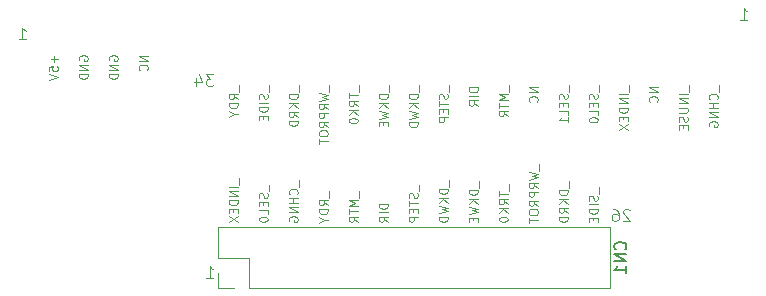
<source format=gbr>
G04 #@! TF.GenerationSoftware,KiCad,Pcbnew,(5.1.2)-2*
G04 #@! TF.CreationDate,2020-12-12T08:56:43+00:00*
G04 #@! TF.ProjectId,Amiga 34-pin to Citizen Slim 26-pin Adapter (Design B),416d6967-6120-4333-942d-70696e20746f,rev?*
G04 #@! TF.SameCoordinates,Original*
G04 #@! TF.FileFunction,Legend,Bot*
G04 #@! TF.FilePolarity,Positive*
%FSLAX46Y46*%
G04 Gerber Fmt 4.6, Leading zero omitted, Abs format (unit mm)*
G04 Created by KiCad (PCBNEW (5.1.2)-2) date 2020-12-12 08:56:43*
%MOMM*%
%LPD*%
G04 APERTURE LIST*
%ADD10C,0.125000*%
%ADD11C,0.120000*%
%ADD12C,0.150000*%
G04 APERTURE END LIST*
D10*
X114522285Y-113482380D02*
X115093714Y-113482380D01*
X114808000Y-113482380D02*
X114808000Y-112482380D01*
X114903238Y-112625238D01*
X114998476Y-112720476D01*
X115093714Y-112768095D01*
X159734285Y-91638380D02*
X160305714Y-91638380D01*
X160020000Y-91638380D02*
X160020000Y-90638380D01*
X160115238Y-90781238D01*
X160210476Y-90876476D01*
X160305714Y-90924095D01*
X142579285Y-97355667D02*
X141829285Y-97355667D01*
X142579285Y-97784238D01*
X141829285Y-97784238D01*
X142507857Y-98569953D02*
X142543571Y-98534238D01*
X142579285Y-98427095D01*
X142579285Y-98355667D01*
X142543571Y-98248524D01*
X142472142Y-98177095D01*
X142400714Y-98141381D01*
X142257857Y-98105667D01*
X142150714Y-98105667D01*
X142007857Y-98141381D01*
X141936428Y-98177095D01*
X141865000Y-98248524D01*
X141829285Y-98355667D01*
X141829285Y-98427095D01*
X141865000Y-98534238D01*
X141900714Y-98569953D01*
X152739285Y-97355667D02*
X151989285Y-97355667D01*
X152739285Y-97784238D01*
X151989285Y-97784238D01*
X152667857Y-98569953D02*
X152703571Y-98534238D01*
X152739285Y-98427095D01*
X152739285Y-98355667D01*
X152703571Y-98248524D01*
X152632142Y-98177095D01*
X152560714Y-98141381D01*
X152417857Y-98105667D01*
X152310714Y-98105667D01*
X152167857Y-98141381D01*
X152096428Y-98177095D01*
X152025000Y-98248524D01*
X151989285Y-98355667D01*
X151989285Y-98427095D01*
X152025000Y-98534238D01*
X152060714Y-98569953D01*
X127410714Y-97177096D02*
X127410714Y-97748525D01*
X126589285Y-97819953D02*
X126589285Y-98248525D01*
X127339285Y-98034239D02*
X126589285Y-98034239D01*
X127339285Y-98927096D02*
X126982142Y-98677096D01*
X127339285Y-98498525D02*
X126589285Y-98498525D01*
X126589285Y-98784239D01*
X126625000Y-98855668D01*
X126660714Y-98891382D01*
X126732142Y-98927096D01*
X126839285Y-98927096D01*
X126910714Y-98891382D01*
X126946428Y-98855668D01*
X126982142Y-98784239D01*
X126982142Y-98498525D01*
X127339285Y-99248525D02*
X126589285Y-99248525D01*
X127339285Y-99677096D02*
X126910714Y-99355668D01*
X126589285Y-99677096D02*
X127017857Y-99248525D01*
X126589285Y-100141382D02*
X126589285Y-100212810D01*
X126625000Y-100284239D01*
X126660714Y-100319953D01*
X126732142Y-100355668D01*
X126875000Y-100391382D01*
X127053571Y-100391382D01*
X127196428Y-100355668D01*
X127267857Y-100319953D01*
X127303571Y-100284239D01*
X127339285Y-100212810D01*
X127339285Y-100141382D01*
X127303571Y-100069953D01*
X127267857Y-100034239D01*
X127196428Y-99998525D01*
X127053571Y-99962810D01*
X126875000Y-99962810D01*
X126732142Y-99998525D01*
X126660714Y-100034239D01*
X126625000Y-100069953D01*
X126589285Y-100141382D01*
X119790714Y-97177096D02*
X119790714Y-97748525D01*
X119683571Y-97891382D02*
X119719285Y-97998525D01*
X119719285Y-98177096D01*
X119683571Y-98248525D01*
X119647857Y-98284239D01*
X119576428Y-98319953D01*
X119505000Y-98319953D01*
X119433571Y-98284239D01*
X119397857Y-98248525D01*
X119362142Y-98177096D01*
X119326428Y-98034239D01*
X119290714Y-97962811D01*
X119255000Y-97927096D01*
X119183571Y-97891382D01*
X119112142Y-97891382D01*
X119040714Y-97927096D01*
X119005000Y-97962811D01*
X118969285Y-98034239D01*
X118969285Y-98212811D01*
X119005000Y-98319953D01*
X119719285Y-98641382D02*
X118969285Y-98641382D01*
X119719285Y-98998525D02*
X118969285Y-98998525D01*
X118969285Y-99177096D01*
X119005000Y-99284239D01*
X119076428Y-99355668D01*
X119147857Y-99391382D01*
X119290714Y-99427096D01*
X119397857Y-99427096D01*
X119540714Y-99391382D01*
X119612142Y-99355668D01*
X119683571Y-99284239D01*
X119719285Y-99177096D01*
X119719285Y-98998525D01*
X119326428Y-99748525D02*
X119326428Y-99998525D01*
X119719285Y-100105668D02*
X119719285Y-99748525D01*
X118969285Y-99748525D01*
X118969285Y-100105668D01*
X122330714Y-97177096D02*
X122330714Y-97748525D01*
X122259285Y-97927096D02*
X121509285Y-97927096D01*
X121509285Y-98105668D01*
X121545000Y-98212811D01*
X121616428Y-98284239D01*
X121687857Y-98319953D01*
X121830714Y-98355668D01*
X121937857Y-98355668D01*
X122080714Y-98319953D01*
X122152142Y-98284239D01*
X122223571Y-98212811D01*
X122259285Y-98105668D01*
X122259285Y-97927096D01*
X122259285Y-98677096D02*
X121509285Y-98677096D01*
X122259285Y-99105668D02*
X121830714Y-98784239D01*
X121509285Y-99105668D02*
X121937857Y-98677096D01*
X122259285Y-99855668D02*
X121902142Y-99605668D01*
X122259285Y-99427096D02*
X121509285Y-99427096D01*
X121509285Y-99712811D01*
X121545000Y-99784239D01*
X121580714Y-99819953D01*
X121652142Y-99855668D01*
X121759285Y-99855668D01*
X121830714Y-99819953D01*
X121866428Y-99784239D01*
X121902142Y-99712811D01*
X121902142Y-99427096D01*
X122259285Y-100177096D02*
X121509285Y-100177096D01*
X121509285Y-100355668D01*
X121545000Y-100462811D01*
X121616428Y-100534239D01*
X121687857Y-100569953D01*
X121830714Y-100605668D01*
X121937857Y-100605668D01*
X122080714Y-100569953D01*
X122152142Y-100534239D01*
X122223571Y-100462811D01*
X122259285Y-100355668D01*
X122259285Y-100177096D01*
X157890714Y-97177096D02*
X157890714Y-97748525D01*
X157747857Y-98355667D02*
X157783571Y-98319953D01*
X157819285Y-98212810D01*
X157819285Y-98141382D01*
X157783571Y-98034239D01*
X157712142Y-97962810D01*
X157640714Y-97927096D01*
X157497857Y-97891382D01*
X157390714Y-97891382D01*
X157247857Y-97927096D01*
X157176428Y-97962810D01*
X157105000Y-98034239D01*
X157069285Y-98141382D01*
X157069285Y-98212810D01*
X157105000Y-98319953D01*
X157140714Y-98355667D01*
X157819285Y-98677096D02*
X157069285Y-98677096D01*
X157426428Y-98677096D02*
X157426428Y-99105667D01*
X157819285Y-99105667D02*
X157069285Y-99105667D01*
X157819285Y-99462810D02*
X157069285Y-99462810D01*
X157819285Y-99891382D01*
X157069285Y-99891382D01*
X157105000Y-100641382D02*
X157069285Y-100569953D01*
X157069285Y-100462810D01*
X157105000Y-100355667D01*
X157176428Y-100284239D01*
X157247857Y-100248525D01*
X157390714Y-100212810D01*
X157497857Y-100212810D01*
X157640714Y-100248525D01*
X157712142Y-100284239D01*
X157783571Y-100355667D01*
X157819285Y-100462810D01*
X157819285Y-100534239D01*
X157783571Y-100641382D01*
X157747857Y-100677096D01*
X157497857Y-100677096D01*
X157497857Y-100534239D01*
X135030714Y-97177095D02*
X135030714Y-97748524D01*
X134923571Y-97891381D02*
X134959285Y-97998524D01*
X134959285Y-98177095D01*
X134923571Y-98248524D01*
X134887857Y-98284238D01*
X134816428Y-98319953D01*
X134745000Y-98319953D01*
X134673571Y-98284238D01*
X134637857Y-98248524D01*
X134602142Y-98177095D01*
X134566428Y-98034238D01*
X134530714Y-97962810D01*
X134495000Y-97927095D01*
X134423571Y-97891381D01*
X134352142Y-97891381D01*
X134280714Y-97927095D01*
X134245000Y-97962810D01*
X134209285Y-98034238D01*
X134209285Y-98212810D01*
X134245000Y-98319953D01*
X134209285Y-98534238D02*
X134209285Y-98962810D01*
X134959285Y-98748524D02*
X134209285Y-98748524D01*
X134566428Y-99212810D02*
X134566428Y-99462810D01*
X134959285Y-99569953D02*
X134959285Y-99212810D01*
X134209285Y-99212810D01*
X134209285Y-99569953D01*
X134959285Y-99891381D02*
X134209285Y-99891381D01*
X134209285Y-100177095D01*
X134245000Y-100248524D01*
X134280714Y-100284238D01*
X134352142Y-100319953D01*
X134459285Y-100319953D01*
X134530714Y-100284238D01*
X134566428Y-100248524D01*
X134602142Y-100177095D01*
X134602142Y-99891381D01*
X117250714Y-97177096D02*
X117250714Y-97748524D01*
X117179285Y-98355667D02*
X116822142Y-98105667D01*
X117179285Y-97927096D02*
X116429285Y-97927096D01*
X116429285Y-98212810D01*
X116465000Y-98284239D01*
X116500714Y-98319953D01*
X116572142Y-98355667D01*
X116679285Y-98355667D01*
X116750714Y-98319953D01*
X116786428Y-98284239D01*
X116822142Y-98212810D01*
X116822142Y-97927096D01*
X117179285Y-98677096D02*
X116429285Y-98677096D01*
X116429285Y-98855667D01*
X116465000Y-98962810D01*
X116536428Y-99034239D01*
X116607857Y-99069953D01*
X116750714Y-99105667D01*
X116857857Y-99105667D01*
X117000714Y-99069953D01*
X117072142Y-99034239D01*
X117143571Y-98962810D01*
X117179285Y-98855667D01*
X117179285Y-98677096D01*
X116822142Y-99569953D02*
X117179285Y-99569953D01*
X116429285Y-99319953D02*
X116822142Y-99569953D01*
X116429285Y-99819953D01*
X124870714Y-97177095D02*
X124870714Y-97748524D01*
X124049285Y-97855667D02*
X124799285Y-98034238D01*
X124263571Y-98177095D01*
X124799285Y-98319953D01*
X124049285Y-98498524D01*
X124799285Y-99212810D02*
X124442142Y-98962810D01*
X124799285Y-98784238D02*
X124049285Y-98784238D01*
X124049285Y-99069953D01*
X124085000Y-99141381D01*
X124120714Y-99177095D01*
X124192142Y-99212810D01*
X124299285Y-99212810D01*
X124370714Y-99177095D01*
X124406428Y-99141381D01*
X124442142Y-99069953D01*
X124442142Y-98784238D01*
X124799285Y-99534238D02*
X124049285Y-99534238D01*
X124049285Y-99819953D01*
X124085000Y-99891381D01*
X124120714Y-99927095D01*
X124192142Y-99962810D01*
X124299285Y-99962810D01*
X124370714Y-99927095D01*
X124406428Y-99891381D01*
X124442142Y-99819953D01*
X124442142Y-99534238D01*
X124799285Y-100712810D02*
X124442142Y-100462810D01*
X124799285Y-100284238D02*
X124049285Y-100284238D01*
X124049285Y-100569953D01*
X124085000Y-100641381D01*
X124120714Y-100677095D01*
X124192142Y-100712810D01*
X124299285Y-100712810D01*
X124370714Y-100677095D01*
X124406428Y-100641381D01*
X124442142Y-100569953D01*
X124442142Y-100284238D01*
X124049285Y-101177095D02*
X124049285Y-101319953D01*
X124085000Y-101391381D01*
X124156428Y-101462810D01*
X124299285Y-101498524D01*
X124549285Y-101498524D01*
X124692142Y-101462810D01*
X124763571Y-101391381D01*
X124799285Y-101319953D01*
X124799285Y-101177095D01*
X124763571Y-101105667D01*
X124692142Y-101034238D01*
X124549285Y-100998524D01*
X124299285Y-100998524D01*
X124156428Y-101034238D01*
X124085000Y-101105667D01*
X124049285Y-101177095D01*
X124049285Y-101712810D02*
X124049285Y-102141381D01*
X124799285Y-101927095D02*
X124049285Y-101927095D01*
X129950714Y-97177096D02*
X129950714Y-97748525D01*
X129879285Y-97927096D02*
X129129285Y-97927096D01*
X129129285Y-98105668D01*
X129165000Y-98212810D01*
X129236428Y-98284239D01*
X129307857Y-98319953D01*
X129450714Y-98355668D01*
X129557857Y-98355668D01*
X129700714Y-98319953D01*
X129772142Y-98284239D01*
X129843571Y-98212810D01*
X129879285Y-98105668D01*
X129879285Y-97927096D01*
X129879285Y-98677096D02*
X129129285Y-98677096D01*
X129879285Y-99105668D02*
X129450714Y-98784239D01*
X129129285Y-99105668D02*
X129557857Y-98677096D01*
X129129285Y-99355668D02*
X129879285Y-99534239D01*
X129343571Y-99677096D01*
X129879285Y-99819953D01*
X129129285Y-99998525D01*
X129486428Y-100284239D02*
X129486428Y-100534239D01*
X129879285Y-100641382D02*
X129879285Y-100284239D01*
X129129285Y-100284239D01*
X129129285Y-100641382D01*
X147730714Y-97177095D02*
X147730714Y-97748524D01*
X147623571Y-97891381D02*
X147659285Y-97998524D01*
X147659285Y-98177095D01*
X147623571Y-98248524D01*
X147587857Y-98284238D01*
X147516428Y-98319953D01*
X147445000Y-98319953D01*
X147373571Y-98284238D01*
X147337857Y-98248524D01*
X147302142Y-98177095D01*
X147266428Y-98034238D01*
X147230714Y-97962810D01*
X147195000Y-97927095D01*
X147123571Y-97891381D01*
X147052142Y-97891381D01*
X146980714Y-97927095D01*
X146945000Y-97962810D01*
X146909285Y-98034238D01*
X146909285Y-98212810D01*
X146945000Y-98319953D01*
X147266428Y-98641381D02*
X147266428Y-98891381D01*
X147659285Y-98998524D02*
X147659285Y-98641381D01*
X146909285Y-98641381D01*
X146909285Y-98998524D01*
X147659285Y-99677095D02*
X147659285Y-99319953D01*
X146909285Y-99319953D01*
X146909285Y-100069953D02*
X146909285Y-100141381D01*
X146945000Y-100212810D01*
X146980714Y-100248524D01*
X147052142Y-100284238D01*
X147195000Y-100319953D01*
X147373571Y-100319953D01*
X147516428Y-100284238D01*
X147587857Y-100248524D01*
X147623571Y-100212810D01*
X147659285Y-100141381D01*
X147659285Y-100069953D01*
X147623571Y-99998524D01*
X147587857Y-99962810D01*
X147516428Y-99927095D01*
X147373571Y-99891381D01*
X147195000Y-99891381D01*
X147052142Y-99927095D01*
X146980714Y-99962810D01*
X146945000Y-99998524D01*
X146909285Y-100069953D01*
X155350714Y-97177096D02*
X155350714Y-97748525D01*
X155279285Y-97927096D02*
X154529285Y-97927096D01*
X155279285Y-98284239D02*
X154529285Y-98284239D01*
X155279285Y-98712810D01*
X154529285Y-98712810D01*
X154529285Y-99069953D02*
X155136428Y-99069953D01*
X155207857Y-99105667D01*
X155243571Y-99141382D01*
X155279285Y-99212810D01*
X155279285Y-99355667D01*
X155243571Y-99427096D01*
X155207857Y-99462810D01*
X155136428Y-99498525D01*
X154529285Y-99498525D01*
X155243571Y-99819953D02*
X155279285Y-99927096D01*
X155279285Y-100105667D01*
X155243571Y-100177096D01*
X155207857Y-100212810D01*
X155136428Y-100248525D01*
X155065000Y-100248525D01*
X154993571Y-100212810D01*
X154957857Y-100177096D01*
X154922142Y-100105667D01*
X154886428Y-99962810D01*
X154850714Y-99891382D01*
X154815000Y-99855667D01*
X154743571Y-99819953D01*
X154672142Y-99819953D01*
X154600714Y-99855667D01*
X154565000Y-99891382D01*
X154529285Y-99962810D01*
X154529285Y-100141382D01*
X154565000Y-100248525D01*
X154886428Y-100569953D02*
X154886428Y-100819953D01*
X155279285Y-100927096D02*
X155279285Y-100569953D01*
X154529285Y-100569953D01*
X154529285Y-100927096D01*
X140110714Y-97177096D02*
X140110714Y-97748524D01*
X140039285Y-97927096D02*
X139289285Y-97927096D01*
X139825000Y-98177096D01*
X139289285Y-98427096D01*
X140039285Y-98427096D01*
X139289285Y-98677096D02*
X139289285Y-99105667D01*
X140039285Y-98891381D02*
X139289285Y-98891381D01*
X140039285Y-99784238D02*
X139682142Y-99534238D01*
X140039285Y-99355667D02*
X139289285Y-99355667D01*
X139289285Y-99641381D01*
X139325000Y-99712810D01*
X139360714Y-99748524D01*
X139432142Y-99784238D01*
X139539285Y-99784238D01*
X139610714Y-99748524D01*
X139646428Y-99712810D01*
X139682142Y-99641381D01*
X139682142Y-99355667D01*
X137499285Y-97355668D02*
X136749285Y-97355668D01*
X136749285Y-97534239D01*
X136785000Y-97641382D01*
X136856428Y-97712810D01*
X136927857Y-97748525D01*
X137070714Y-97784239D01*
X137177857Y-97784239D01*
X137320714Y-97748525D01*
X137392142Y-97712810D01*
X137463571Y-97641382D01*
X137499285Y-97534239D01*
X137499285Y-97355668D01*
X137499285Y-98105668D02*
X136749285Y-98105668D01*
X137499285Y-98891382D02*
X137142142Y-98641382D01*
X137499285Y-98462810D02*
X136749285Y-98462810D01*
X136749285Y-98748525D01*
X136785000Y-98819953D01*
X136820714Y-98855668D01*
X136892142Y-98891382D01*
X136999285Y-98891382D01*
X137070714Y-98855668D01*
X137106428Y-98819953D01*
X137142142Y-98748525D01*
X137142142Y-98462810D01*
X150270714Y-97177096D02*
X150270714Y-97748525D01*
X150199285Y-97927096D02*
X149449285Y-97927096D01*
X150199285Y-98284239D02*
X149449285Y-98284239D01*
X150199285Y-98712810D01*
X149449285Y-98712810D01*
X150199285Y-99069953D02*
X149449285Y-99069953D01*
X149449285Y-99248525D01*
X149485000Y-99355668D01*
X149556428Y-99427096D01*
X149627857Y-99462810D01*
X149770714Y-99498525D01*
X149877857Y-99498525D01*
X150020714Y-99462810D01*
X150092142Y-99427096D01*
X150163571Y-99355668D01*
X150199285Y-99248525D01*
X150199285Y-99069953D01*
X149806428Y-99819953D02*
X149806428Y-100069953D01*
X150199285Y-100177096D02*
X150199285Y-99819953D01*
X149449285Y-99819953D01*
X149449285Y-100177096D01*
X149449285Y-100427096D02*
X150199285Y-100927096D01*
X149449285Y-100927096D02*
X150199285Y-100427096D01*
X145190714Y-97177095D02*
X145190714Y-97748524D01*
X145083571Y-97891381D02*
X145119285Y-97998524D01*
X145119285Y-98177095D01*
X145083571Y-98248524D01*
X145047857Y-98284238D01*
X144976428Y-98319953D01*
X144905000Y-98319953D01*
X144833571Y-98284238D01*
X144797857Y-98248524D01*
X144762142Y-98177095D01*
X144726428Y-98034238D01*
X144690714Y-97962810D01*
X144655000Y-97927095D01*
X144583571Y-97891381D01*
X144512142Y-97891381D01*
X144440714Y-97927095D01*
X144405000Y-97962810D01*
X144369285Y-98034238D01*
X144369285Y-98212810D01*
X144405000Y-98319953D01*
X144726428Y-98641381D02*
X144726428Y-98891381D01*
X145119285Y-98998524D02*
X145119285Y-98641381D01*
X144369285Y-98641381D01*
X144369285Y-98998524D01*
X145119285Y-99677095D02*
X145119285Y-99319953D01*
X144369285Y-99319953D01*
X145119285Y-100319953D02*
X145119285Y-99891381D01*
X145119285Y-100105667D02*
X144369285Y-100105667D01*
X144476428Y-100034238D01*
X144547857Y-99962810D01*
X144583571Y-99891381D01*
X132490714Y-97177096D02*
X132490714Y-97748524D01*
X132419285Y-97927096D02*
X131669285Y-97927096D01*
X131669285Y-98105667D01*
X131705000Y-98212810D01*
X131776428Y-98284239D01*
X131847857Y-98319953D01*
X131990714Y-98355667D01*
X132097857Y-98355667D01*
X132240714Y-98319953D01*
X132312142Y-98284239D01*
X132383571Y-98212810D01*
X132419285Y-98105667D01*
X132419285Y-97927096D01*
X132419285Y-98677096D02*
X131669285Y-98677096D01*
X132419285Y-99105667D02*
X131990714Y-98784239D01*
X131669285Y-99105667D02*
X132097857Y-98677096D01*
X131669285Y-99355667D02*
X132419285Y-99534239D01*
X131883571Y-99677096D01*
X132419285Y-99819953D01*
X131669285Y-99998524D01*
X132419285Y-100284239D02*
X131669285Y-100284239D01*
X131669285Y-100462810D01*
X131705000Y-100569953D01*
X131776428Y-100641382D01*
X131847857Y-100677096D01*
X131990714Y-100712810D01*
X132097857Y-100712810D01*
X132240714Y-100677096D01*
X132312142Y-100641382D01*
X132383571Y-100569953D01*
X132419285Y-100462810D01*
X132419285Y-100284239D01*
X127410714Y-106120476D02*
X127410714Y-106691904D01*
X127339285Y-106870476D02*
X126589285Y-106870476D01*
X127125000Y-107120476D01*
X126589285Y-107370476D01*
X127339285Y-107370476D01*
X126589285Y-107620476D02*
X126589285Y-108049047D01*
X127339285Y-107834761D02*
X126589285Y-107834761D01*
X127339285Y-108727618D02*
X126982142Y-108477618D01*
X127339285Y-108299047D02*
X126589285Y-108299047D01*
X126589285Y-108584761D01*
X126625000Y-108656190D01*
X126660714Y-108691904D01*
X126732142Y-108727618D01*
X126839285Y-108727618D01*
X126910714Y-108691904D01*
X126946428Y-108656190D01*
X126982142Y-108584761D01*
X126982142Y-108299047D01*
X124870714Y-106156190D02*
X124870714Y-106727618D01*
X124799285Y-107334761D02*
X124442142Y-107084761D01*
X124799285Y-106906190D02*
X124049285Y-106906190D01*
X124049285Y-107191904D01*
X124085000Y-107263333D01*
X124120714Y-107299047D01*
X124192142Y-107334761D01*
X124299285Y-107334761D01*
X124370714Y-107299047D01*
X124406428Y-107263333D01*
X124442142Y-107191904D01*
X124442142Y-106906190D01*
X124799285Y-107656190D02*
X124049285Y-107656190D01*
X124049285Y-107834761D01*
X124085000Y-107941904D01*
X124156428Y-108013333D01*
X124227857Y-108049047D01*
X124370714Y-108084761D01*
X124477857Y-108084761D01*
X124620714Y-108049047D01*
X124692142Y-108013333D01*
X124763571Y-107941904D01*
X124799285Y-107834761D01*
X124799285Y-107656190D01*
X124442142Y-108549047D02*
X124799285Y-108549047D01*
X124049285Y-108299047D02*
X124442142Y-108549047D01*
X124049285Y-108799047D01*
X122330714Y-105227619D02*
X122330714Y-105799048D01*
X122187857Y-106406190D02*
X122223571Y-106370476D01*
X122259285Y-106263333D01*
X122259285Y-106191905D01*
X122223571Y-106084762D01*
X122152142Y-106013333D01*
X122080714Y-105977619D01*
X121937857Y-105941905D01*
X121830714Y-105941905D01*
X121687857Y-105977619D01*
X121616428Y-106013333D01*
X121545000Y-106084762D01*
X121509285Y-106191905D01*
X121509285Y-106263333D01*
X121545000Y-106370476D01*
X121580714Y-106406190D01*
X122259285Y-106727619D02*
X121509285Y-106727619D01*
X121866428Y-106727619D02*
X121866428Y-107156190D01*
X122259285Y-107156190D02*
X121509285Y-107156190D01*
X122259285Y-107513333D02*
X121509285Y-107513333D01*
X122259285Y-107941905D01*
X121509285Y-107941905D01*
X121545000Y-108691905D02*
X121509285Y-108620476D01*
X121509285Y-108513333D01*
X121545000Y-108406190D01*
X121616428Y-108334762D01*
X121687857Y-108299048D01*
X121830714Y-108263333D01*
X121937857Y-108263333D01*
X122080714Y-108299048D01*
X122152142Y-108334762D01*
X122223571Y-108406190D01*
X122259285Y-108513333D01*
X122259285Y-108584762D01*
X122223571Y-108691905D01*
X122187857Y-108727619D01*
X121937857Y-108727619D01*
X121937857Y-108584762D01*
X119790714Y-105584761D02*
X119790714Y-106156190D01*
X119683571Y-106299047D02*
X119719285Y-106406190D01*
X119719285Y-106584761D01*
X119683571Y-106656190D01*
X119647857Y-106691904D01*
X119576428Y-106727619D01*
X119505000Y-106727619D01*
X119433571Y-106691904D01*
X119397857Y-106656190D01*
X119362142Y-106584761D01*
X119326428Y-106441904D01*
X119290714Y-106370476D01*
X119255000Y-106334761D01*
X119183571Y-106299047D01*
X119112142Y-106299047D01*
X119040714Y-106334761D01*
X119005000Y-106370476D01*
X118969285Y-106441904D01*
X118969285Y-106620476D01*
X119005000Y-106727619D01*
X119326428Y-107049047D02*
X119326428Y-107299047D01*
X119719285Y-107406190D02*
X119719285Y-107049047D01*
X118969285Y-107049047D01*
X118969285Y-107406190D01*
X119719285Y-108084761D02*
X119719285Y-107727619D01*
X118969285Y-107727619D01*
X118969285Y-108477619D02*
X118969285Y-108549047D01*
X119005000Y-108620476D01*
X119040714Y-108656190D01*
X119112142Y-108691904D01*
X119255000Y-108727619D01*
X119433571Y-108727619D01*
X119576428Y-108691904D01*
X119647857Y-108656190D01*
X119683571Y-108620476D01*
X119719285Y-108549047D01*
X119719285Y-108477619D01*
X119683571Y-108406190D01*
X119647857Y-108370476D01*
X119576428Y-108334761D01*
X119433571Y-108299047D01*
X119255000Y-108299047D01*
X119112142Y-108334761D01*
X119040714Y-108370476D01*
X119005000Y-108406190D01*
X118969285Y-108477619D01*
X117250714Y-105013333D02*
X117250714Y-105584762D01*
X117179285Y-105763333D02*
X116429285Y-105763333D01*
X117179285Y-106120476D02*
X116429285Y-106120476D01*
X117179285Y-106549047D01*
X116429285Y-106549047D01*
X117179285Y-106906190D02*
X116429285Y-106906190D01*
X116429285Y-107084762D01*
X116465000Y-107191905D01*
X116536428Y-107263333D01*
X116607857Y-107299047D01*
X116750714Y-107334762D01*
X116857857Y-107334762D01*
X117000714Y-107299047D01*
X117072142Y-107263333D01*
X117143571Y-107191905D01*
X117179285Y-107084762D01*
X117179285Y-106906190D01*
X116786428Y-107656190D02*
X116786428Y-107906190D01*
X117179285Y-108013333D02*
X117179285Y-107656190D01*
X116429285Y-107656190D01*
X116429285Y-108013333D01*
X116429285Y-108263333D02*
X117179285Y-108763333D01*
X116429285Y-108763333D02*
X117179285Y-108263333D01*
X135030714Y-105191905D02*
X135030714Y-105763333D01*
X134959285Y-105941905D02*
X134209285Y-105941905D01*
X134209285Y-106120476D01*
X134245000Y-106227619D01*
X134316428Y-106299048D01*
X134387857Y-106334762D01*
X134530714Y-106370476D01*
X134637857Y-106370476D01*
X134780714Y-106334762D01*
X134852142Y-106299048D01*
X134923571Y-106227619D01*
X134959285Y-106120476D01*
X134959285Y-105941905D01*
X134959285Y-106691905D02*
X134209285Y-106691905D01*
X134959285Y-107120476D02*
X134530714Y-106799048D01*
X134209285Y-107120476D02*
X134637857Y-106691905D01*
X134209285Y-107370476D02*
X134959285Y-107549048D01*
X134423571Y-107691905D01*
X134959285Y-107834762D01*
X134209285Y-108013333D01*
X134959285Y-108299048D02*
X134209285Y-108299048D01*
X134209285Y-108477619D01*
X134245000Y-108584762D01*
X134316428Y-108656191D01*
X134387857Y-108691905D01*
X134530714Y-108727619D01*
X134637857Y-108727619D01*
X134780714Y-108691905D01*
X134852142Y-108656191D01*
X134923571Y-108584762D01*
X134959285Y-108477619D01*
X134959285Y-108299048D01*
X129879285Y-107191905D02*
X129129285Y-107191905D01*
X129129285Y-107370476D01*
X129165000Y-107477619D01*
X129236428Y-107549047D01*
X129307857Y-107584762D01*
X129450714Y-107620476D01*
X129557857Y-107620476D01*
X129700714Y-107584762D01*
X129772142Y-107549047D01*
X129843571Y-107477619D01*
X129879285Y-107370476D01*
X129879285Y-107191905D01*
X129879285Y-107941905D02*
X129129285Y-107941905D01*
X129879285Y-108727619D02*
X129522142Y-108477619D01*
X129879285Y-108299047D02*
X129129285Y-108299047D01*
X129129285Y-108584762D01*
X129165000Y-108656190D01*
X129200714Y-108691905D01*
X129272142Y-108727619D01*
X129379285Y-108727619D01*
X129450714Y-108691905D01*
X129486428Y-108656190D01*
X129522142Y-108584762D01*
X129522142Y-108299047D01*
X132490714Y-105584761D02*
X132490714Y-106156190D01*
X132383571Y-106299047D02*
X132419285Y-106406190D01*
X132419285Y-106584761D01*
X132383571Y-106656190D01*
X132347857Y-106691904D01*
X132276428Y-106727619D01*
X132205000Y-106727619D01*
X132133571Y-106691904D01*
X132097857Y-106656190D01*
X132062142Y-106584761D01*
X132026428Y-106441904D01*
X131990714Y-106370476D01*
X131955000Y-106334761D01*
X131883571Y-106299047D01*
X131812142Y-106299047D01*
X131740714Y-106334761D01*
X131705000Y-106370476D01*
X131669285Y-106441904D01*
X131669285Y-106620476D01*
X131705000Y-106727619D01*
X131669285Y-106941904D02*
X131669285Y-107370476D01*
X132419285Y-107156190D02*
X131669285Y-107156190D01*
X132026428Y-107620476D02*
X132026428Y-107870476D01*
X132419285Y-107977619D02*
X132419285Y-107620476D01*
X131669285Y-107620476D01*
X131669285Y-107977619D01*
X132419285Y-108299047D02*
X131669285Y-108299047D01*
X131669285Y-108584761D01*
X131705000Y-108656190D01*
X131740714Y-108691904D01*
X131812142Y-108727619D01*
X131919285Y-108727619D01*
X131990714Y-108691904D01*
X132026428Y-108656190D01*
X132062142Y-108584761D01*
X132062142Y-108299047D01*
X145190714Y-105299047D02*
X145190714Y-105870476D01*
X145119285Y-106049047D02*
X144369285Y-106049047D01*
X144369285Y-106227619D01*
X144405000Y-106334762D01*
X144476428Y-106406190D01*
X144547857Y-106441904D01*
X144690714Y-106477619D01*
X144797857Y-106477619D01*
X144940714Y-106441904D01*
X145012142Y-106406190D01*
X145083571Y-106334762D01*
X145119285Y-106227619D01*
X145119285Y-106049047D01*
X145119285Y-106799047D02*
X144369285Y-106799047D01*
X145119285Y-107227619D02*
X144690714Y-106906190D01*
X144369285Y-107227619D02*
X144797857Y-106799047D01*
X145119285Y-107977619D02*
X144762142Y-107727619D01*
X145119285Y-107549047D02*
X144369285Y-107549047D01*
X144369285Y-107834762D01*
X144405000Y-107906190D01*
X144440714Y-107941904D01*
X144512142Y-107977619D01*
X144619285Y-107977619D01*
X144690714Y-107941904D01*
X144726428Y-107906190D01*
X144762142Y-107834762D01*
X144762142Y-107549047D01*
X145119285Y-108299047D02*
X144369285Y-108299047D01*
X144369285Y-108477619D01*
X144405000Y-108584762D01*
X144476428Y-108656190D01*
X144547857Y-108691904D01*
X144690714Y-108727619D01*
X144797857Y-108727619D01*
X144940714Y-108691904D01*
X145012142Y-108656190D01*
X145083571Y-108584762D01*
X145119285Y-108477619D01*
X145119285Y-108299047D01*
X142650714Y-103834761D02*
X142650714Y-104406190D01*
X141829285Y-104513333D02*
X142579285Y-104691904D01*
X142043571Y-104834761D01*
X142579285Y-104977619D01*
X141829285Y-105156190D01*
X142579285Y-105870476D02*
X142222142Y-105620476D01*
X142579285Y-105441904D02*
X141829285Y-105441904D01*
X141829285Y-105727619D01*
X141865000Y-105799047D01*
X141900714Y-105834761D01*
X141972142Y-105870476D01*
X142079285Y-105870476D01*
X142150714Y-105834761D01*
X142186428Y-105799047D01*
X142222142Y-105727619D01*
X142222142Y-105441904D01*
X142579285Y-106191904D02*
X141829285Y-106191904D01*
X141829285Y-106477619D01*
X141865000Y-106549047D01*
X141900714Y-106584761D01*
X141972142Y-106620476D01*
X142079285Y-106620476D01*
X142150714Y-106584761D01*
X142186428Y-106549047D01*
X142222142Y-106477619D01*
X142222142Y-106191904D01*
X142579285Y-107370476D02*
X142222142Y-107120476D01*
X142579285Y-106941904D02*
X141829285Y-106941904D01*
X141829285Y-107227619D01*
X141865000Y-107299047D01*
X141900714Y-107334761D01*
X141972142Y-107370476D01*
X142079285Y-107370476D01*
X142150714Y-107334761D01*
X142186428Y-107299047D01*
X142222142Y-107227619D01*
X142222142Y-106941904D01*
X141829285Y-107834761D02*
X141829285Y-107977619D01*
X141865000Y-108049047D01*
X141936428Y-108120476D01*
X142079285Y-108156190D01*
X142329285Y-108156190D01*
X142472142Y-108120476D01*
X142543571Y-108049047D01*
X142579285Y-107977619D01*
X142579285Y-107834761D01*
X142543571Y-107763333D01*
X142472142Y-107691904D01*
X142329285Y-107656190D01*
X142079285Y-107656190D01*
X141936428Y-107691904D01*
X141865000Y-107763333D01*
X141829285Y-107834761D01*
X141829285Y-108370476D02*
X141829285Y-108799047D01*
X142579285Y-108584761D02*
X141829285Y-108584761D01*
X137570714Y-105263333D02*
X137570714Y-105834762D01*
X137499285Y-106013333D02*
X136749285Y-106013333D01*
X136749285Y-106191905D01*
X136785000Y-106299047D01*
X136856428Y-106370476D01*
X136927857Y-106406190D01*
X137070714Y-106441905D01*
X137177857Y-106441905D01*
X137320714Y-106406190D01*
X137392142Y-106370476D01*
X137463571Y-106299047D01*
X137499285Y-106191905D01*
X137499285Y-106013333D01*
X137499285Y-106763333D02*
X136749285Y-106763333D01*
X137499285Y-107191905D02*
X137070714Y-106870476D01*
X136749285Y-107191905D02*
X137177857Y-106763333D01*
X136749285Y-107441905D02*
X137499285Y-107620476D01*
X136963571Y-107763333D01*
X137499285Y-107906190D01*
X136749285Y-108084762D01*
X137106428Y-108370476D02*
X137106428Y-108620476D01*
X137499285Y-108727619D02*
X137499285Y-108370476D01*
X136749285Y-108370476D01*
X136749285Y-108727619D01*
X140110714Y-105513333D02*
X140110714Y-106084762D01*
X139289285Y-106156190D02*
X139289285Y-106584762D01*
X140039285Y-106370476D02*
X139289285Y-106370476D01*
X140039285Y-107263333D02*
X139682142Y-107013333D01*
X140039285Y-106834762D02*
X139289285Y-106834762D01*
X139289285Y-107120476D01*
X139325000Y-107191905D01*
X139360714Y-107227619D01*
X139432142Y-107263333D01*
X139539285Y-107263333D01*
X139610714Y-107227619D01*
X139646428Y-107191905D01*
X139682142Y-107120476D01*
X139682142Y-106834762D01*
X140039285Y-107584762D02*
X139289285Y-107584762D01*
X140039285Y-108013333D02*
X139610714Y-107691905D01*
X139289285Y-108013333D02*
X139717857Y-107584762D01*
X139289285Y-108477619D02*
X139289285Y-108549047D01*
X139325000Y-108620476D01*
X139360714Y-108656190D01*
X139432142Y-108691905D01*
X139575000Y-108727619D01*
X139753571Y-108727619D01*
X139896428Y-108691905D01*
X139967857Y-108656190D01*
X140003571Y-108620476D01*
X140039285Y-108549047D01*
X140039285Y-108477619D01*
X140003571Y-108406190D01*
X139967857Y-108370476D01*
X139896428Y-108334762D01*
X139753571Y-108299047D01*
X139575000Y-108299047D01*
X139432142Y-108334762D01*
X139360714Y-108370476D01*
X139325000Y-108406190D01*
X139289285Y-108477619D01*
X147730714Y-105799047D02*
X147730714Y-106370476D01*
X147623571Y-106513333D02*
X147659285Y-106620476D01*
X147659285Y-106799047D01*
X147623571Y-106870476D01*
X147587857Y-106906190D01*
X147516428Y-106941904D01*
X147445000Y-106941904D01*
X147373571Y-106906190D01*
X147337857Y-106870476D01*
X147302142Y-106799047D01*
X147266428Y-106656190D01*
X147230714Y-106584762D01*
X147195000Y-106549047D01*
X147123571Y-106513333D01*
X147052142Y-106513333D01*
X146980714Y-106549047D01*
X146945000Y-106584762D01*
X146909285Y-106656190D01*
X146909285Y-106834762D01*
X146945000Y-106941904D01*
X147659285Y-107263333D02*
X146909285Y-107263333D01*
X147659285Y-107620476D02*
X146909285Y-107620476D01*
X146909285Y-107799047D01*
X146945000Y-107906190D01*
X147016428Y-107977619D01*
X147087857Y-108013333D01*
X147230714Y-108049047D01*
X147337857Y-108049047D01*
X147480714Y-108013333D01*
X147552142Y-107977619D01*
X147623571Y-107906190D01*
X147659285Y-107799047D01*
X147659285Y-107620476D01*
X147266428Y-108370476D02*
X147266428Y-108620476D01*
X147659285Y-108727619D02*
X147659285Y-108370476D01*
X146909285Y-108370476D01*
X146909285Y-108727619D01*
X150367904Y-107751619D02*
X150320285Y-107704000D01*
X150225047Y-107656380D01*
X149986952Y-107656380D01*
X149891714Y-107704000D01*
X149844095Y-107751619D01*
X149796476Y-107846857D01*
X149796476Y-107942095D01*
X149844095Y-108084952D01*
X150415523Y-108656380D01*
X149796476Y-108656380D01*
X148939333Y-107656380D02*
X149129809Y-107656380D01*
X149225047Y-107704000D01*
X149272666Y-107751619D01*
X149367904Y-107894476D01*
X149415523Y-108084952D01*
X149415523Y-108465904D01*
X149367904Y-108561142D01*
X149320285Y-108608761D01*
X149225047Y-108656380D01*
X149034571Y-108656380D01*
X148939333Y-108608761D01*
X148891714Y-108561142D01*
X148844095Y-108465904D01*
X148844095Y-108227809D01*
X148891714Y-108132571D01*
X148939333Y-108084952D01*
X149034571Y-108037333D01*
X149225047Y-108037333D01*
X149320285Y-108084952D01*
X149367904Y-108132571D01*
X149415523Y-108227809D01*
X115109523Y-96226380D02*
X114490476Y-96226380D01*
X114823809Y-96607333D01*
X114680952Y-96607333D01*
X114585714Y-96654952D01*
X114538095Y-96702571D01*
X114490476Y-96797809D01*
X114490476Y-97035904D01*
X114538095Y-97131142D01*
X114585714Y-97178761D01*
X114680952Y-97226380D01*
X114966666Y-97226380D01*
X115061904Y-97178761D01*
X115109523Y-97131142D01*
X113633333Y-96559714D02*
X113633333Y-97226380D01*
X113871428Y-96178761D02*
X114109523Y-96893047D01*
X113490476Y-96893047D01*
X98647285Y-93289380D02*
X99218714Y-93289380D01*
X98933000Y-93289380D02*
X98933000Y-92289380D01*
X99028238Y-92432238D01*
X99123476Y-92527476D01*
X99218714Y-92575095D01*
X109559285Y-94666714D02*
X108809285Y-94666714D01*
X109559285Y-95095285D01*
X108809285Y-95095285D01*
X109487857Y-95881000D02*
X109523571Y-95845285D01*
X109559285Y-95738142D01*
X109559285Y-95666714D01*
X109523571Y-95559571D01*
X109452142Y-95488142D01*
X109380714Y-95452428D01*
X109237857Y-95416714D01*
X109130714Y-95416714D01*
X108987857Y-95452428D01*
X108916428Y-95488142D01*
X108845000Y-95559571D01*
X108809285Y-95666714D01*
X108809285Y-95738142D01*
X108845000Y-95845285D01*
X108880714Y-95881000D01*
X103765000Y-95059571D02*
X103729285Y-94988142D01*
X103729285Y-94881000D01*
X103765000Y-94773857D01*
X103836428Y-94702428D01*
X103907857Y-94666714D01*
X104050714Y-94631000D01*
X104157857Y-94631000D01*
X104300714Y-94666714D01*
X104372142Y-94702428D01*
X104443571Y-94773857D01*
X104479285Y-94881000D01*
X104479285Y-94952428D01*
X104443571Y-95059571D01*
X104407857Y-95095285D01*
X104157857Y-95095285D01*
X104157857Y-94952428D01*
X104479285Y-95416714D02*
X103729285Y-95416714D01*
X104479285Y-95845285D01*
X103729285Y-95845285D01*
X104479285Y-96202428D02*
X103729285Y-96202428D01*
X103729285Y-96381000D01*
X103765000Y-96488142D01*
X103836428Y-96559571D01*
X103907857Y-96595285D01*
X104050714Y-96631000D01*
X104157857Y-96631000D01*
X104300714Y-96595285D01*
X104372142Y-96559571D01*
X104443571Y-96488142D01*
X104479285Y-96381000D01*
X104479285Y-96202428D01*
X106305000Y-95059571D02*
X106269285Y-94988142D01*
X106269285Y-94881000D01*
X106305000Y-94773857D01*
X106376428Y-94702428D01*
X106447857Y-94666714D01*
X106590714Y-94631000D01*
X106697857Y-94631000D01*
X106840714Y-94666714D01*
X106912142Y-94702428D01*
X106983571Y-94773857D01*
X107019285Y-94881000D01*
X107019285Y-94952428D01*
X106983571Y-95059571D01*
X106947857Y-95095285D01*
X106697857Y-95095285D01*
X106697857Y-94952428D01*
X107019285Y-95416714D02*
X106269285Y-95416714D01*
X107019285Y-95845285D01*
X106269285Y-95845285D01*
X107019285Y-96202428D02*
X106269285Y-96202428D01*
X106269285Y-96381000D01*
X106305000Y-96488142D01*
X106376428Y-96559571D01*
X106447857Y-96595285D01*
X106590714Y-96631000D01*
X106697857Y-96631000D01*
X106840714Y-96595285D01*
X106912142Y-96559571D01*
X106983571Y-96488142D01*
X107019285Y-96381000D01*
X107019285Y-96202428D01*
X101653571Y-94666714D02*
X101653571Y-95238142D01*
X101939285Y-94952428D02*
X101367857Y-94952428D01*
X101189285Y-95952428D02*
X101189285Y-95595285D01*
X101546428Y-95559571D01*
X101510714Y-95595285D01*
X101475000Y-95666714D01*
X101475000Y-95845285D01*
X101510714Y-95916714D01*
X101546428Y-95952428D01*
X101617857Y-95988142D01*
X101796428Y-95988142D01*
X101867857Y-95952428D01*
X101903571Y-95916714D01*
X101939285Y-95845285D01*
X101939285Y-95666714D01*
X101903571Y-95595285D01*
X101867857Y-95559571D01*
X101189285Y-96202428D02*
X101939285Y-96452428D01*
X101189285Y-96702428D01*
D11*
X115510000Y-113030000D02*
X115510000Y-114360000D01*
X115510000Y-114360000D02*
X116840000Y-114360000D01*
X115510000Y-111760000D02*
X118110000Y-111760000D01*
X118110000Y-111760000D02*
X118110000Y-114360000D01*
X118110000Y-114360000D02*
X148650000Y-114360000D01*
X148650000Y-109160000D02*
X148650000Y-114360000D01*
X115510000Y-109160000D02*
X148650000Y-109160000D01*
X115510000Y-109160000D02*
X115510000Y-111760000D01*
D12*
X149963142Y-111069523D02*
X150010761Y-111021904D01*
X150058380Y-110879047D01*
X150058380Y-110783809D01*
X150010761Y-110640952D01*
X149915523Y-110545714D01*
X149820285Y-110498095D01*
X149629809Y-110450476D01*
X149486952Y-110450476D01*
X149296476Y-110498095D01*
X149201238Y-110545714D01*
X149106000Y-110640952D01*
X149058380Y-110783809D01*
X149058380Y-110879047D01*
X149106000Y-111021904D01*
X149153619Y-111069523D01*
X150058380Y-111498095D02*
X149058380Y-111498095D01*
X150058380Y-112069523D01*
X149058380Y-112069523D01*
X150058380Y-113069523D02*
X150058380Y-112498095D01*
X150058380Y-112783809D02*
X149058380Y-112783809D01*
X149201238Y-112688571D01*
X149296476Y-112593333D01*
X149344095Y-112498095D01*
M02*

</source>
